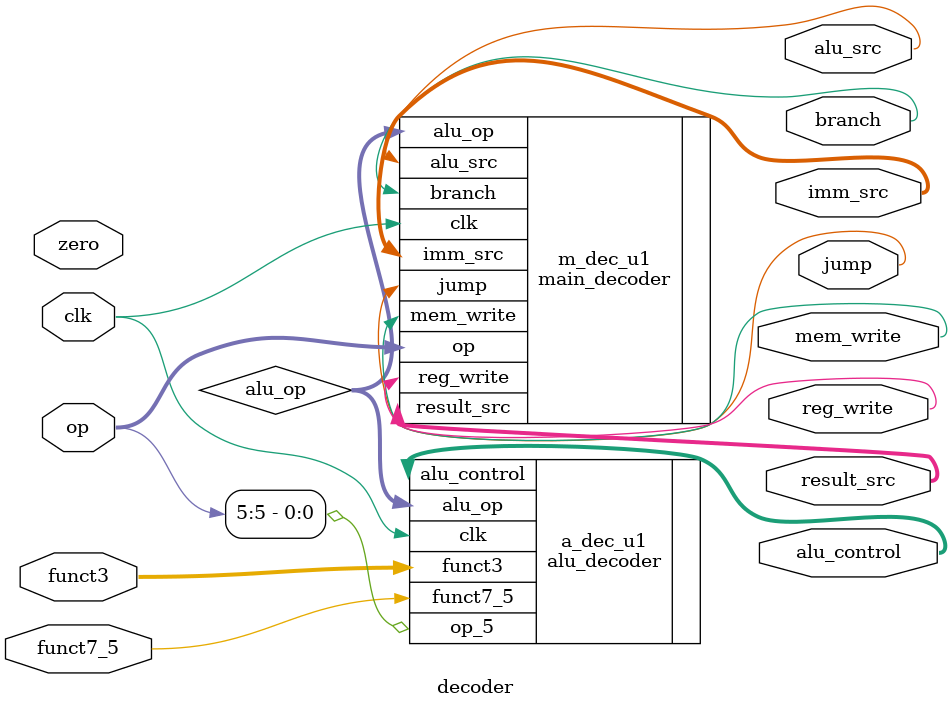
<source format=v>
module decoder (
    input clk, zero,
    input [6:0] op,
    input [2:0] funct3,
    input funct7_5,

    output branch, 
           jump, 
           mem_write, 
           alu_src, 
           reg_write,

    output [1:0] result_src, 
                 imm_src,
    output [2:0] alu_control
);

    wire [2:0] alu_op;

    main_decoder m_dec_u1 (
        .clk(clk),
        .op(op),
        .branch(branch), 
        .jump(jump), 
        .mem_write(mem_write), 
        .alu_src(alu_src), 
        .reg_write(reg_write),
        .result_src(result_src), 
        .imm_src(imm_src),
        .alu_op(alu_op)
    );

    alu_decoder a_dec_u1 (
        .clk(clk),
        .alu_op(alu_op), 
        .funct3(funct3),
        .op_5(op[5]),
        .funct7_5(funct7_5),
        .alu_control(alu_control)
    );

    
endmodule
</source>
